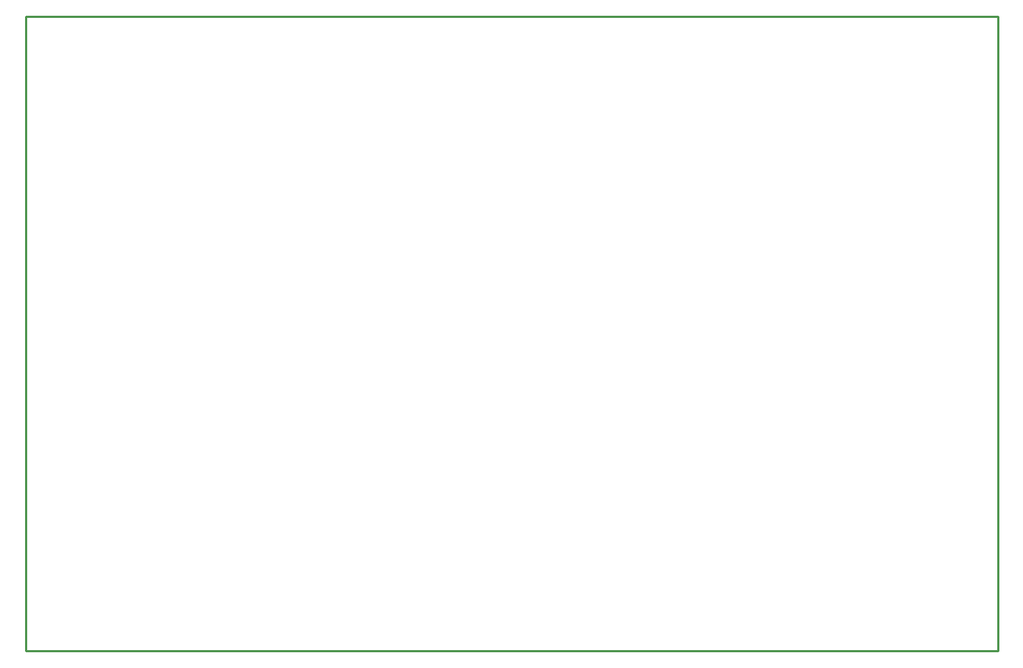
<source format=gm1>
G04*
G04 #@! TF.GenerationSoftware,Altium Limited,Altium Designer,26.1.1 (7)*
G04*
G04 Layer_Color=16711935*
%FSLAX44Y44*%
%MOMM*%
G71*
G04*
G04 #@! TF.SameCoordinates,7EB17011-9BD8-4836-8CA9-2E48C2DE07D4*
G04*
G04*
G04 #@! TF.FilePolarity,Positive*
G04*
G01*
G75*
%ADD38C,0.2540*%
D38*
X0Y0D02*
X1150000D01*
X-0Y750000D02*
X1150000D01*
X-0D02*
X-0Y0D01*
X1150000D02*
X1150000Y750000D01*
M02*

</source>
